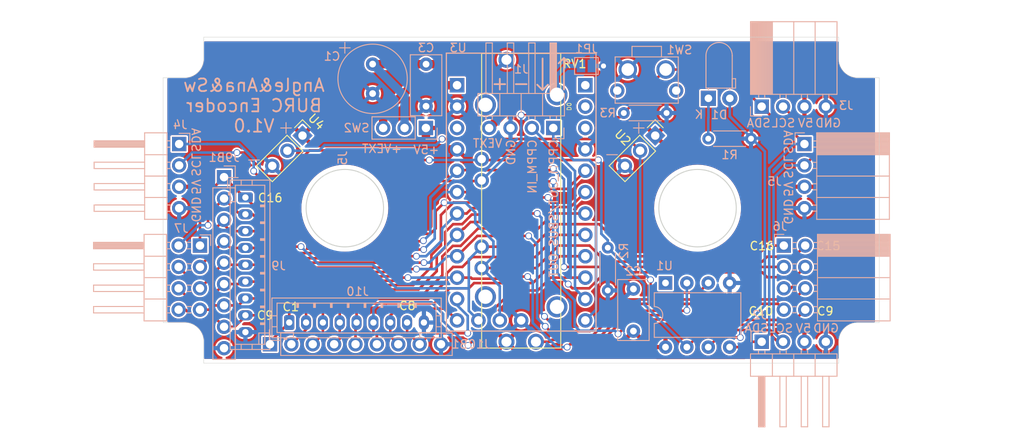
<source format=kicad_pcb>
(kicad_pcb (version 20221018) (generator pcbnew)
  (title_block (title "Angle&Ana&Sw") (date "2023-10-01") (rev "1.0"))
  (layers (0 "F.Cu" signal) (31 "B.Cu" signal) (34 "B.Paste" user) (35 "F.Paste" user) (36 "B.SilkS" user "B.Silkscreen") (37 "F.SilkS" user "F.Silkscreen") (38 "B.Mask" user) (39 "F.Mask" user) (44 "Edge.Cuts" user))
  (net 0 "")
  (net 1 "Net-(D1-K)")
  (net 2 "Net-(D1-A)")
  (net 4 "Net-(U1-XTAL1{slash}PB3)")
  (net 5 "GND")
  (net 6 "+5V")
  (net 7 "/SDA")
  (net 8 "/C1")
  (net 9 "/C2")
  (net 10 "/C3")
  (net 11 "/C4")
  (net 12 "/C5")
  (net 13 "/C6")
  (net 14 "/C7")
  (net 15 "/C8")
  (net 16 "/C9")
  (net 17 "/C10")
  (net 18 "/SCL")
  (net 19 "+VDC")
  (net 22 "/CPPM_OUT")
  (net 23 "/CPPM_IN")
  (net 26 "Net-(J1-Pin_4)")
  (net 27 "/C16")
  (net 28 "/C15")
  (net 29 "/C14")
  (net 30 "/C13")
  (net 31 "/C12")
  (net 32 "/C11")
  (net 33 "/OUT__SENSOR")
  (net 34 "Net-(JP1-A)")
  (footprint "Sensor_Empreintes:p3015_v1_cw360" (layer "F.Cu") (at 201.295 116.205 -45)
    (fp_text reference "U2")
    (fp_text value "p3015_v1_cw360")
    (fp_circle (center 0 0) (end 4.572 -0.508) (stroke (width 0.12)) (fill none) (layer "Edge.Cuts"))
  )
  (footprint "Sensor_Empreintes:p3015_v1_cw360" (layer "F.Cu") (at 159.3865 116.205 -45)
    (fp_text reference "U4")
    (fp_text value "p3015_v1_cw360")
    (fp_circle (center 0 0) (end 4.572 -0.508) (stroke (width 0.12)) (fill none) (layer "Edge.Cuts"))
  )
  (footprint "Sensor_Empreintes:PTA2043-2015CPB103" (layer "F.Cu") (at 180.34 115.33 90)
    (fp_text reference "RV1")
    (fp_text value "10K")
  )
  (footprint "Connector_PinHeader_2.54mm:PinHeader_2x04_P2.54mm_Horizontal" (layer "B.Cu") (at 142.175 120.65 180)
    (fp_text reference "J7")
    (fp_text value "Conn_FromButtonsLeft")
  )
  (footprint "Capacitor_THT:C_Rect_L7.0mm_W3.5mm_P5.00mm" (layer "B.Cu") (at 193.675 130.81 90)
    (fp_text reference "C2")
    (fp_text value "100nF")
  )
  (footprint "Capacitor_THT:C_Rect_L7.0mm_W3.5mm_P5.00mm" (layer "B.Cu") (at 169.037 99.1 -90)
    (fp_text reference "C3")
    (fp_text value "100nF")
  )
  (footprint "Package_DIP:DIP-8_W7.62mm" (layer "B.Cu") (at 197.485 125.095 -90)
    (fp_text reference "U1")
    (fp_text value "ATtiny85_16MHZ")
  )
  (footprint "Connector_JST:JST_PH_B9B-PH-K_1x09_P2.00mm_Vertical" (layer "B.Cu") (at 152.781 129.794)
    (fp_text reference "J10")
    (fp_text value "Conn_ButtonsRight")
  )
  (footprint "Connector_PinHeader_2.54mm:PinHeader_1x03_P2.54mm_Vertical" (layer "B.Cu") (at 169.022 106.68 90)
    (fp_text reference "SW2")
    (fp_text value "SW_POWER")
  )
  (footprint "Resistor_THT:R_Axial_DIN0204_L3.6mm_D1.6mm_P5.08mm_Horizontal" (layer "B.Cu") (at 192.532 104.902)
    (fp_text reference "R3")
    (fp_text value "10K")
  )
  (footprint "Connector_PinSocket_2.54mm:PinSocket_1x04_P2.54mm_Horizontal" (layer "B.Cu") (at 208.915 104.14 -90)
    (fp_text reference "J3")
    (fp_text value "I2C_INPUT")
  )
  (footprint "Connector_PinHeader_2.54mm:PinHeader_1x09_P2.54mm_Vertical" (layer "B.Cu") (at 150.495 132.3735 -90)
    (fp_text reference "J10B1")
    (fp_text value "Conn_ButtonsRight")
  )
  (footprint "Capacitor_THT:C_Radial_D8.0mm_H7.0mm_P3.50mm" (layer "B.Cu") (at 162.687 99.088 -90)
    (fp_text reference "C1")
    (fp_text value "10uF/16v")
  )
  (footprint "Jumper:SolderJumper-2_P1.3mm_Open_Pad1.0x1.5mm" (layer "B.Cu") (at 188.087 99.314)
    (fp_text reference "JP1")
    (fp_text value "Jumper_Shield")
  )
  (footprint "Connector_JST:JST_PH_B9B-PH-K_1x09_P2.00mm_Vertical" (layer "B.Cu") (at 147.574 114.935 -90)
    (fp_text reference "J9")
    (fp_text value "Conn_ButtonsLeft")
  )
  (footprint "Connector_PinSocket_2.54mm:PinSocket_2x04_P2.54mm_Horizontal" (layer "B.Cu") (at 211.545 120.65 180)
    (fp_text reference "J6")
    (fp_text value "Conn_ToButtonsLeft")
  )
  (footprint "LED_THT:LED_D3.0mm_Horizontal_O1.27mm_Z2.0mm" (layer "B.Cu") (at 202.585 103.155)
    (fp_text reference "D1")
    (fp_text value "RED")
  )
  (footprint "Sensor_Empreintes:SW_PUSH_ANGLED" (layer "B.Cu") (at 195.255 99.735 180)
    (fp_text reference "SW1")
    (fp_text value "SW_Push")
  )
  (footprint "Sensor_Empreintes:Arduino_Pro_Mini_Socket_NoSPH_BURC" (layer "B.Cu") (at 180.34 114.3 180)
    (fp_text reference "U3")
    (fp_text value "Arduino_Pro_Mini_Socket_NoSPH_BURC")
  )
  (footprint "Connector_PinHeader_2.54mm:PinHeader_1x04_P2.54mm_Horizontal" (layer "B.Cu") (at 184.15 106.68 90)
    (fp_text reference "J1")
    (fp_text value "Conn_01x04")
  )
  (footprint "Connector_PinSocket_2.54mm:PinSocket_1x04_P2.54mm_Horizontal" (layer "B.Cu") (at 213.995 108.585 180)
    (fp_text reference "J5")
    (fp_text value "I2C_INPUT")
  )
  (footprint "Resistor_THT:R_Axial_DIN0204_L3.6mm_D1.6mm_P5.08mm_Horizontal" (layer "B.Cu") (at 190.627 120.904 -90)
    (fp_text reference "R2")
    (fp_text value "10K")
  )
  (footprint "Connector_PinHeader_2.54mm:PinHeader_1x09_P2.54mm_Vertical" (layer "B.Cu") (at 145.034 112.522 180)
    (fp_text reference "J9B1")
    (fp_text value "Conn_ButtonsLeft")
  )
  (footprint "Resistor_THT:R_Axial_DIN0204_L3.6mm_D1.6mm_P5.08mm_Horizontal" (layer "B.Cu") (at 202.565 107.95)
    (fp_text reference "R1")
    (fp_text value "680")
  )
  (footprint "Connector_PinHeader_2.54mm:PinHeader_1x04_P2.54mm_Horizontal" (layer "B.Cu") (at 139.7 108.585 180)
    (fp_text reference "J4")
    (fp_text value "I2C_INPUT")
  )
  (footprint "Connector_PinHeader_2.54mm:PinHeader_1x04_P2.54mm_Horizontal" (layer "B.Cu") (at 208.915 132.08 -90)
    (fp_text reference "J2")
    (fp_text value "I2C_INPUT")
  )
  (gr_line (start 179.705 101.473) (end 180.975 101.473) (stroke (width 0.21)) (layer "B.SilkS"))
  (gr_line (start 147.955 110.49) (end 149.225 110.49) (stroke (width 0.12)) (layer "B.SilkS"))
  (gr_line (start 182.88 102.1715) (end 183.515 101.5365) (stroke (width 0.21)) (layer "B.SilkS"))
  (gr_line (start 185.42 98.425) (end 185.42 102.108) (stroke (width 0.21)) (layer "B.SilkS"))
  (gr_line (start 194.31 107.315) (end 194.31 106.045) (stroke (width 0.12)) (layer "B.SilkS"))
  (gr_line (start 159.385 96.52) (end 159.385 97.79) (stroke (width 0.12)) (layer "B.SilkS"))
  (gr_line (start 177.8 100.838) (end 177.8 102.108) (stroke (width 0.21)) (layer "B.SilkS"))
  (gr_line (start 182.88 98.425) (end 182.88 102.108) (stroke (width 0.21)) (layer "B.SilkS"))
  (gr_line (start 182.245 101.5365) (end 182.88 102.1715) (stroke (width 0.21)) (layer "B.SilkS"))
  (gr_line (start 177.165 101.473) (end 178.435 101.473) (stroke (width 0.21)) (layer "B.SilkS"))
  (gr_line (start 152.4 106.045) (end 152.4 107.315) (stroke (width 0.12)) (layer "B.SilkS"))
  (gr_line (start 185.42 98.3615) (end 184.785 98.9965) (stroke (width 0.21)) (layer "B.SilkS"))
  (gr_line (start 193.675 106.68) (end 194.945 106.68) (stroke (width 0.12)) (layer "B.SilkS"))
  (gr_line (start 151.765 106.68) (end 153.035 106.68) (stroke (width 0.12)) (layer "B.SilkS"))
  (gr_line (start 158.75 97.155) (end 160.02 97.155) (stroke (width 0.12)) (layer "B.SilkS"))
  (gr_line (start 185.42 98.3615) (end 186.055 98.9965) (stroke (width 0.21)) (layer "B.SilkS"))
  (gr_line (start 190.5 109.855) (end 191.77 109.855) (stroke (width 0.12)) (layer "B.SilkS"))
  (gr_arc (start 220.345 100.711) (mid 218.728554 100.041446) (end 218.059 98.425) (stroke (width 0.05)) (layer "Edge.Cuts"))
  (gr_line (start 218.059 132.08) (end 218.059 134.62) (stroke (width 0.05)) (layer "Edge.Cuts"))
  (gr_line (start 220.345 129.794) (end 222.885 129.794) (stroke (width 0.05)) (layer "Edge.Cuts"))
  (gr_line (start 218.059 134.62) (end 142.621 134.62) (stroke (width 0.05)) (layer "Edge.Cuts"))
  (gr_line (start 142.624525 132.08) (end 142.624525 134.62) (stroke (width 0.05)) (layer "Edge.Cuts"))
  (gr_line (start 140.335 129.790475) (end 137.795 129.790475) (stroke (width 0.05)) (layer "Edge.Cuts"))
  (gr_arc (start 218.059 132.08) (mid 218.728554 130.463554) (end 220.345 129.794) (stroke (width 0.05)) (layer "Edge.Cuts"))
  (gr_line (start 142.621 95.885) (end 218.059 95.885) (stroke (width 0.05)) (layer "Edge.Cuts"))
  (gr_line (start 222.885 100.711) (end 220.345 100.711) (stroke (width 0.05)) (layer "Edge.Cuts"))
  (gr_line (start 140.335 100.711) (end 137.795 100.711) (stroke (width 0.05)) (layer "Edge.Cuts"))
  (gr_line (start 142.621 98.425) (end 142.621 95.885) (stroke (width 0.05)) (layer "Edge.Cuts"))
  (gr_line (start 222.885 129.794) (end 222.885 100.711) (stroke (width 0.05)) (layer "Edge.Cuts"))
  (gr_arc (start 142.621 98.425) (mid 141.951446 100.041446) (end 140.335 100.711) (stroke (width 0.05)) (layer "Edge.Cuts"))
  (gr_arc (start 140.335 129.790475) (mid 141.953939 130.461061) (end 142.624525 132.08) (stroke (width 0.05)) (layer "Edge.Cuts"))
  (gr_line (start 137.795 129.794) (end 137.795 100.711) (stroke (width 0.05)) (layer "Edge.Cuts"))
  (gr_line (start 218.059 98.425) (end 218.059 95.885) (stroke (width 0.05)) (layer "Edge.Cuts"))
  (gr_text "+5V" (at 170.688 109.855) (layer "B.SilkS") (effects (font (size 1 1)) (justify left bottom mirror)))
  (gr_text "SCL" (at 212.725 131.064) (layer "B.SilkS") (effects (font (size 1 1)) (justify left bottom mirror)))
  (gr_text "5V" (at 215.138 106.68) (layer "B.SilkS") (effects (font (size 1 1)) (justify left bottom mirror)))
  (gr_text "5V" (at 214.884 131.064) (layer "B.SilkS") (effects (font (size 1 1)) (justify left bottom mirror)))
  (gr_text "SCL" (at 211.455 112.776 -90) (layer "B.SilkS") (effects (font (size 1 1)) (justify left bottom mirror)))
  (gr_text "5V" (at 211.455 114.935 -90) (layer "B.SilkS") (effects (font (size 1 1)) (justify left bottom mirror)))
  (gr_text "CPPM_OUT/SBUS_OUT" (at 184.785 107.95 90) (layer "B.SilkS") (effects (font (size 1 1)) (justify left bottom mirror)))
  (gr_text "K" (at 202.057 105.664) (layer "B.SilkS") (effects (font (size 1 1)) (justify left bottom mirror)))
  (gr_text "SCL" (at 212.979 106.68) (layer "B.SilkS") (effects (font (size 1 1)) (justify left bottom mirror)))
  (gr_text "GND" (at 211.455 118.237 -90) (layer "B.SilkS") (effects (font (size 1 1)) (justify left bottom mirror)))
  (gr_text "GND" (at 141.097 117.983 -90) (layer "B.SilkS") (effects (font (size 1 1)) (justify left bottom mirror)))
  (gr_text "CPPM_IN" (at 182.245 107.95 90) (layer "B.SilkS") (effects (font (size 1 1)) (justify left bottom mirror)))
  (gr_text "SDA" (at 210.058 106.68) (layer "B.SilkS") (effects (font (size 1 1)) (justify left bottom mirror)))
  (gr_text "GND" (at 179.705 107.95 90) (layer "B.SilkS") (effects (font (size 1 1)) (justify left bottom mirror)))
  (gr_text "+VEXT" (at 166.243 109.728) (layer "B.SilkS") (effects (font (size 1 1)) (justify left bottom mirror)))
  (gr_text "5V" (at 141.097 114.681 -90) (layer "B.SilkS") (effects (font (size 1 1)) (justify left bottom mirror)))
  (gr_text "SDA" (at 209.804 131.064) (layer "B.SilkS") (effects (font (size 1 1)) (justify left bottom mirror)))
  (gr_text "GND" (at 218.44 106.68) (layer "B.SilkS") (effects (font (size 1 1)) (justify left bottom mirror)))
  (gr_text "VEXT" (at 178.181 109.093) (layer "B.SilkS") (effects (font (size 1 1)) (justify left bottom mirror)))
  (gr_text "SDA" (at 211.455 109.855 -90) (layer "B.SilkS") (effects (font (size 1 1)) (justify left bottom mirror)))
  (gr_text "BURC Encoder\nV1.0" (at 148.59 107.315) (layer "B.SilkS") (effects (font (size 1.5 1.5) (thickness 0.21) bold) (justify bottom mirror)))
  (gr_text "SCL" (at 141.097 112.522 -90) (layer "B.SilkS") (effects (font (size 1 1)) (justify left bottom mirror)))
  (gr_text "SDA" (at 141.097 109.601 -90) (layer "B.SilkS") (effects (font (size 1 1)) (justify left bottom mirror)))
  (gr_text "GND" (at 218.186 131.064) (layer "B.SilkS") (effects (font (size 1 1)) (justify left bottom mirror)))
  (gr_text "Angle&Ana&Sw" (at 148.59 102.489) (layer "B.SilkS") (effects (font (size 1.5 1.5) (thickness 0.21)) (justify bottom mirror)))
  (gr_text "C9" (at 215.392 129.032) (layer "F.SilkS") (effects (font (size 1 1)) (justify left bottom)))
  (gr_text "C9" (at 148.844 129.54) (layer "F.SilkS") (effects (font (size 1 1)) (justify left bottom)))
  (gr_text "C15" (at 215.265 121.285) (layer "F.SilkS") (effects (font (size 1 1)) (justify left bottom)))
  (gr_text "C1" (at 151.892 128.524) (layer "F.SilkS") (effects (font (size 1 1)) (justify left bottom)))
  (gr_text "C10" (at 207.264 129.032) (layer "F.SilkS") (effects (font (size 1 1)) (justify left bottom)))
  (gr_text "C8" (at 165.735 128.397) (layer "F.SilkS") (effects (font (size 1 1)) (justify left bottom)))
  (gr_text "C16" (at 207.391 121.285) (layer "F.SilkS") (effects (font (size 1 1)) (justify left bottom)))
  (gr_text "C16" (at 148.971 115.57) (layer "F.SilkS") (effects (font (size 1 1)) (justify left bottom)))
  (segment (start 202.565 105.45) (end 202.565 107.95) (width 0.31) (layer "B.Cu") (net 1))
  (segment (start 202.585 105.43) (end 202.565 105.45) (width 0.31) (layer "B.Cu") (net 1))
  (segment (start 202.585 103.155) (end 202.585 105.43) (width 0.31) (layer "B.Cu") (net 1))
  (segment (start 203.73 131.55) (end 202.565 132.715) (width 0.31) (layer "F.Cu") (net 2))
  (segment (start 206.353 131.55) (end 203.73 131.55) (width 0.31) (layer "F.Cu") (net 2))
  (segment (start 206.375 131.572) (end 206.353 131.55) (width 0.31) (layer "F.Cu") (net 2))
  (via (at 206.375 131.572) (size 0.8) (drill 0.6) (layers "F.Cu" "B.Cu") (net 2))
  (segment (start 206.375 130.683) (end 209.29 127.768) (width 0.31) (layer "B.Cu") (net 2))
  (segment (start 205.105 105.283) (end 205.125 105.263) (width 0.31) (layer "B.Cu") (net 2))
  (segment (start 205.125 105.263) (end 205.125 103.155) (width 0.31) (layer "B.Cu") (net 2))
  (segment (start 209.29 109.468) (end 205.105 105.283) (width 0.31) (layer "B.Cu") (net 2))
  (segment (start 209.29 127.768) (end 209.29 109.468) (width 0.31) (layer "B.Cu") (net 2))
  (segment (start 206.375 131.572) (end 206.375 130.683) (width 0.31) (layer "B.Cu") (net 2))
  (segment (start 200.025 128.3395) (end 199.9675 128.397) (width 0.31) (layer "F.Cu") (net 4))
  (segment (start 183.769 132.08) (end 182.09 132.08) (width 0.31) (layer "F.Cu") (net 4))
  (segment (start 199.9675 128.397) (end 192.786 128.397) (width 0.31) (layer "F.Cu") (net 4))
  (segment (start 189.333 131.85) (end 183.999 131.85) (width 0.31) (layer "F.Cu") (net 4))
  (segment (start 192.786 128.397) (end 189.333 131.85) (width 0.31) (layer "F.Cu") (net 4))
  (segment (start 183.999 131.85) (end 183.769 132.08) (width 0.31) (layer "F.Cu") (net 4))
  (via (at 200.025 128.3395) (size 0.8) (drill 0.6) (layers "F.Cu" "B.Cu") (net 4))
  (segment (start 200.025 128.3395) (end 200.025 125.095) (width 0.31) (layer "B.Cu") (net 4))
  (via (at 190.119 99.314) (size 1) (drill 0.6) (layers "F.Cu" "B.Cu") (net 5))
  (segment (start 188.737 99.314) (end 190.119 99.314) (width 0.5) (layer "B.Cu") (net 5))
  (segment (start 196.469 133.985) (end 206.883 133.985) (width 0.31) (layer "F.Cu") (net 6))
  (segment (start 170.053 109.22) (end 172.72 109.22) (width 1) (layer "F.Cu") (net 6))
  (segment (start 169.022 106.68) (end 169.022 108.189) (width 1) (layer "F.Cu") (net 6))
  (segment (start 169.022 108.189) (end 170.053 109.22) (width 1) (layer "F.Cu") (net 6))
  (segment (start 194.31 102.93) (end 194.31 103.124) (width 0.31) (layer "F.Cu") (net 7))
  (segment (start 201.8265 100.9015) (end 205.6765 100.9015) (width 0.31) (layer "F.Cu") (net 7))
  (segment (start 152.515 112.915) (end 155.448 109.982) (width 0.31) (layer "F.Cu") (net 7))
  (segment (start 211.074 106.299) (end 211.709 106.299) (width 0.31) (layer "F.Cu") (net 7))
  (segment (start 170.0116 112.9886) (end 175.5679 112.9886) (width 0.31) (layer "F.Cu") (net 7))
  (segment (start 194.31 103.124) (end 192.532 104.902) (width 0.31) (layer "F.Cu") (net 7))
  (segment (start 211.709 106.299) (end 213.995 108.585) (width 0.31) (layer "F.Cu") (net 7))
  (segment (start 167.005 109.982) (end 170.0116 112.9886) (width 0.31) (layer "F.Cu") (net 7))
  (segment (start 186.436 105.41) (end 192.024 105.41) (width 0.31) (layer "F.Cu") (net 7))
  (segment (start 200.66 99.735) (end 201.8265 100.9015) (width 0.31) (layer "F.Cu") (net 7))
  (segment (start 155.448 109.982) (end 167.005 109.982) (width 0.31) (layer "F.Cu") (net 7))
  (segment (start 208.915 104.14) (end 211.074 106.299) (width 0.31) (layer "F.Cu") (net 7))
  (segment (start 175.5679 112.9886) (end 175.6459 112.9106) (width 0.31) (layer "F.Cu") (net 7))
  (segment (start 149.618 112.915) (end 152.515 112.915) (width 0.31) (layer "F.Cu") (net 7))
  (segment (start 206.375 132.715) (end 205.105 132.715) (width 0.31) (layer "F.Cu") (net 7))
  (segment (start 186.182 105.156) (end 186.436 105.41) (width 0.31) (layer "F.Cu") (net 7))
  (segment (start 148.557416 111.854416) (end 149.618 112.915) (width 0.31) (layer "F.Cu") (net 7))
  (segment (start 197.505 99.735) (end 194.31 102.93) (width 0.31) (layer "F.Cu") (net 7))
  (segment (start 192.024 105.41) (end 192.532 104.902) (width 0.31) (layer "F.Cu") (net 7))
  (segment (start 206.375 132.715) (end 207.01 132.08) (width 0.31) (layer "F.Cu") (net 7))
  (segment (start 207.01 132.08) (end 208.915 132.08) (width 0.31) (layer "F.Cu") (net 7))
  (segment (start 205.6765 100.9015) (end 208.915 104.14) (width 0.31) (layer "F.Cu") (net 7))
  (segment (start 148.557416 111.792584) (end 148.557416 111.854416) (width 0.31) (layer "F.Cu") (net 7))
  (segment (start 180.34 105.156) (end 186.182 105.156) (width 0.31) (layer "F.Cu") (net 7))
  (segment (start 197.505 99.735) (end 200.66 99.735) (width 0.31) (layer "F.Cu") (net 7))
  (via (at 148.557416 111.792584) (size 0.8) (drill 0.6) (layers "F.Cu" "B.Cu") (net 7))
  (via (at 180.34 105.156) (size 0.8) (drill 0.6) (layers "F.Cu" "B.Cu") (net 7))
  (segment (start 180.34 105.156) (end 180.34 108.2165) (width 0.31) (layer "B.Cu") (net 7))
  (segment (start 148.557416 110.330416) (end 146.812 108.585) (width 0.31) (layer "B.Cu") (net 7))
  (segment (start 146.812 108.585) (end 143.002 108.585) (width 0.31) (layer "B.Cu") (net 7))
  (segment (start 143.002 108.585) (end 143.067874 108.585) (width 0.31) (layer "B.Cu") (net 7))
  (segment (start 209.81 111.5) (end 209.81 131.185) (width 0.31) (layer "B.Cu") (net 7))
  (segment (start 180.34 108.2165) (end 175.6459 112.9106) (width 0.31) (layer "B.Cu") (net 7))
  (segment (start 212.725 108.585) (end 209.81 111.5) (width 0.31) (layer "B.Cu") (net 7))
  (segment (start 209.81 131.185) (end 208.915 132.08) (width 0.31) (layer "B.Cu") (net 7))
  (segment (start 143.002 108.585) (end 139.7 108.585) (width 0.31) (layer "B.Cu") (net 7))
  (segment (start 213.995 108.585) (end 212.725 108.585) (width 0.31) (layer "B.Cu") (net 7))
  (segment (start 148.557416 111.792584) (end 148.557416 110.330416) (width 0.31) (layer "B.Cu") (net 7))
  (segment (start 169.672 123.19) (end 167.513 125.349) (width 0.31) (layer "F.Cu") (net 8))
  (segment (start 185.801 113.919) (end 178.181 113.919) (width 0.31) (layer "F.Cu") (net 8))
  (segment (start 150.495 132.08) (end 150.495 132.3735) (width 0.31) (layer "F.Cu") (net 8))
  (segment (start 176.5714 115.5286) (end 172.293897 115.5286) (width 0.31) (layer "F.Cu") (net 8))
  (segment (start 178.181 113.919) (end 176.5714 115.5286) (width 0.31) (layer "F.Cu") (net 8))
  (segment (start 187.96 111.76) (end 185.801 113.919) (width 0.31) (layer "F.Cu") (net 8))
  (segment (start 152.781 129.794) (end 150.495 132.08) (width 0.31) (layer "F.Cu") (net 8))
  (segment (start 152.781 128.27) (end 152.781 129.794) (width 0.31) (layer "F.Cu") (net 8))
  (segment (start 170.800208 117.022289) (end 170.800208 120.631505) (width 0.31) (layer "F.Cu") (net 8))
  (segment (start 172.293897 115.5286) (end 170.800208 117.022289) (width 0.31) (layer "F.Cu") (net 8))
  (segment (start 167.513 125.349) (end 155.702 125.349) (width 0.31) (layer "F.Cu") (net 8))
  (segment (start 155.702 125.349) (end 152.781 128.27) (width 0.31) (layer "F.Cu") (net 8))
  (segment (start 170.800208 120.631505) (end 169.672 121.759713) (width 0.31) (layer "F.Cu") (net 8))
  (segment (start 169.672 121.759713) (end 169.672 123.19) (width 0.31) (layer "F.Cu") (net 8))
  (segment (start 177.927 116.967) (end 174.471392 116.967) (width 0.31) (layer "F.Cu") (net 9))
  (segment (start 186.185 116.075) (end 178.819 116.075) (width 0.31) (layer "F.Cu") (net 9))
  (segment (start 170.307 121.860105) (end 170.307 123.698) (width 0.31) (layer "F.Cu") (net 9))
  (segment (start 168.136 125.869) (end 157.214 125.869) (width 0.31) (layer "F.Cu") (net 9))
  (segment (start 171.320208 120.846897) (end 170.307 121.860105) (width 0.31) (layer "F.Cu") (net 9))
  (segment (start 174.471392 116.967) (end 173.328392 118.11) (width 0.31) (layer "F.Cu") (net 9))
  (segment (start 178.819 116.075) (end 177.927 116.967) (width 0.31) (layer "F.Cu") (net 9))
  (segment (start 154.781 129.794) (end 154.781 130.6275) (width 0.31) (layer "F.Cu") (net 9))
  (segment (start 172.252497 118.11) (end 171.320208 119.042289) (width 0.31) (layer "F.Cu") (net 9))
  (segment (start 187.96 114.3) (end 186.185 116.075) (width 0.31) (layer "F.Cu") (net 9))
  (segment (start 157.214 125.869) (end 154.781 128.302) (width 0.31) (layer "F.Cu") (net 9))
  (segment (start 154.781 130.6275) (end 153.035 132.3735) (width 0.31) (layer "F.Cu") (net 9))
  (segment (start 173.328392 118.11) (end 172.252497 118.11) (width 0.31) (layer "F.Cu") (net 9))
  (segment (start 171.320208 119.042289) (end 171.320208 120.846897) (width 0.31) (layer "F.Cu") (net 9))
  (segment (start 170.307 123.698) (end 168.136 125.869) (width 0.31) (layer "F.Cu") (net 9))
  (segment (start 154.781 128.302) (end 154.781 129.794) (width 0.31) (layer "F.Cu") (net 9))
  (segment (start 156.781 129.794) (end 156.781 131.1675) (width 0.31) (layer "F.Cu") (net 10))
  (segment (start 170.9714 121.931097) (end 170.9714 124.1766) (width 0.31) (layer "F.Cu") (net 10))
  (segment (start 175.219503 118.618) (end 173.146103 120.6914) (width 0.31) (layer "F.Cu") (net 10))
  (segment (start 172.211097 120.6914) (end 170.9714 121.931097) (width 0.31) (layer "F.Cu") (net 10))
  (segment (start 187.96 116.84) (end 184.15 116.84) (width 0.31) (layer "F.Cu") (net 10))
  (segment (start 156.781 128.588) (end 156.781 129.794) (width 0.31) (layer "F.Cu") (net 10))
  (segment (start 184.15 116.84) (end 182.372 118.618) (width 0.31) (layer "F.Cu") (net 10))
  (segment (start 158.98 126.389) (end 156.781 128.588) (width 0.31) (layer "F.Cu") (net 10))
  (segment (start 182.372 118.618) (end 175.219503 118.618) (width 0.31) (layer "F.Cu") (net 10))
  (segment (start 170.9714 124.1766) (end 168.759 126.389) (width 0.31) (layer "F.Cu") (net 10))
  (segment (start 173.146103 120.6914) (end 172.211097 120.6914) (width 0.31) (layer "F.Cu") (net 10))
  (segment (start 168.759 126.389) (end 158.98 126.389) (width 0.31) (layer "F.Cu") (net 10))
  (segment (start 156.781 131.1675) (end 155.575 132.3735) (width 0.31) (layer "F.Cu") (net 10))
  (segment (start 158.781 129.794) (end 158.781 131.7075) (width 0.31) (layer "F.Cu") (net 11))
  (segment (start 174.5324 122.0126) (end 173.355 123.19) (width 0.31) (layer "F.Cu") (net 11))
  (segment (start 182.0254 122.0126) (end 174.5324 122.0126) (width 0.31) (layer "F.Cu") (net 11))
  (segment (start 184.658 119.38) (end 182.0254 122.0126) (width 0.31) (layer "F.Cu") (net 11))
  (segment (start 158.781 131.7075) (end 158.115 132.3735) (width 0.31) (layer "F.Cu") (net 11))
  (segment (start 173.355 123.19) (end 172.252497 123.19) (width 0.31) (layer "F.Cu") (net 11))
  (segment (start 171.4914 124.7996) (end 169.297 126.994) (width 0.31) (layer "F.Cu") (net 11))
  (segment (start 169.297 126.994) (end 160.153 126.994) (width 0.31) (layer "F.Cu") (net 11))
  (segment (start 171.4914 123.951097) (end 171.4914 124.7996) (width 0.31) (layer "F.Cu") (net 11))
  (segment (start 160.153 126.994) (end 158.781 128.366) (width 0.31) (layer "F.Cu") (net 11))
  (segment (start 172.252497 123.19) (end 171.4914 123.951097) (width 0.31) (layer "F.Cu") (net 11))
  (segment (start 158.781 128.366) (end 158.781 129.794) (width 0.31) (layer "F.Cu") (net 11))
  (segment (start 187.96 119.38) (end 184.658 119.38) (width 0.31) (layer "F.Cu") (net 11))
  (segment (start 171.831 125.73) (end 170.047 127.514) (width 0.31) (layer "F.Cu") (net 12))
  (segment (start 164.325609 127.514) (end 164.319609 127.52) (width 0.31) (layer "F.Cu") (net 12))
  (segment (start 174.74 125.107) (end 174.117 125.73) (width 0.31) (layer "F.Cu") (net 12))
  (segment (start 161.659 127.52) (end 160.781 128.398) (width 0.31) (layer "F.Cu") (net 12))
  (segment (start 170.047 127.514) (end 164.325609 127.514) (width 0.31) (layer "F.Cu") (net 12))
  (segment (start 160.655 129.92) (end 160.655 132.3735) (width 0.31) (layer "F.Cu") (net 12))
  (segment (start 160.781 129.794) (end 160.655 129.92) (width 0.31) (layer "F.Cu") (net 12))
  (segment (start 187.96 121.92) (end 184.912 121.92) (width 0.31) (layer "F.Cu") (net 12))
  (segment (start 164.319609 127.52) (end 161.659 127.52) (width 0.31) (layer "F.Cu") (net 12))
  (segment (start 174.117 125.73) (end 171.831 125.73) (width 0.31) (layer "F.Cu") (net 12))
  (segment (start 160.781 128.398) (end 160.781 129.794) (width 0.31) (layer "F.Cu") (net 12))
  (segment (start 181.725 125.107) (end 174.74 125.107) (width 0.31) (layer "F.Cu") (net 12))
  (segment (start 184.912 121.92) (end 181.725 125.107) (width 0.31) (layer "F.Cu") (net 12))
  (segment (start 162.781 130.904) (end 162.781 129.794) (width 0.31) (layer "F.Cu") (net 13))
  (segment (start 187.96 124.46) (end 183.8325 124.46) (width 0.31) (layer "F.Cu") (net 13))
  (segment (start 163.195 132.3735) (end 163.195 131.318) (width 0.31) (layer "F.Cu") (net 13))
  (segment (start 176.4886 130.048903) (end 174.033252 132.504252) (width 0.31) (layer "F.Cu") (net 13))
  (segment (start 183.8325 124.46) (end 182.3085 125.984) (width 0.31) (layer "F.Cu") (net 13))
  (segment (start 179.324 125.984) (end 176.4886 128.8194) (width 0.31) (layer "F.Cu") (net 13))
  (segment (start 176.4886 128.8194) (end 176.4886 130.048903) (width 0.31) (layer "F.Cu") (net 13))
  (segment (start 182.3085 125.984) (end 179.324 125.984) (width 0.31) (layer "F.Cu") (net 13))
  (segment (start 163.195 131.318) (end 162.781 130.904) (width 0.31) (layer "F.Cu") (net 13))
  (via (at 174.033252 132.504252) (size 0.8) (drill 0.6) (layers "F.Cu" "B.Cu") (net 13))
  (segment (start 162.781 128.176) (end 162.781 129.794) (width 0.31) (layer "B.Cu") (net 13))
  (segment (start 169.672 127.381) (end 163.576 127.381) (width 0.31) (layer "B.Cu") (net 13))
  (segment (start 174.033252 132.504252) (end 173.946749 132.504252) (width 0.31) (layer "B.Cu") (net 13))
  (segment (start 163.576 127.381) (end 162.781 128.176) (width 0.31) (layer "B.Cu") (net 13))
  (segment (start 171.069 129.626503) (end 171.069 128.778) (width 0.31) (layer "B.Cu") (net 13))
  (segment (start 171.069 128.778) (end 169.672 127.381) (width 0.31) (layer "B.Cu") (net 13))
  (segment (start 173.946749 132.504252) (end 171.069 129.626503) (width 0.31) (layer "B.Cu") (net 13))
  (segment (start 164.781 128.97) (end 164.781 129.794) (width 0.31) (layer "F.Cu") (net 14))
  (segment (start 172.72 129.54) (end 171.323 128.143) (width 0.31) (layer "F.Cu") (net 14))
  (segment (start 164.781 129.794) (end 164.781 131.4195) (width 0.31) (layer "F.Cu") (net 14))
  (segment (start 171.323 128.143) (end 165.608 128.143) (width 0.31) (layer "F.Cu") (net 14))
  (segment (start 164.781 131.4195) (end 165.735 132.3735) (width 0.31) (layer "F.Cu") (net 14))
  (segment (start 165.608 128.143) (end 164.781 128.97) (width 0.31) (layer "F.Cu") (net 14))
  (segment (start 169.5845 131.064) (end 173.99 131.064) (width 0.31) (layer "F.Cu") (net 15))
  (segment (start 166.781 129.794) (end 166.781 130.8795) (width 0.31) (layer "F.Cu") (net 15))
  (segment (start 168.275 132.3735) (end 169.5845 131.064) (width 0.31) (layer "F.Cu") (net 15))
  (segment (start 166.781 130.8795) (end 168.275 132.3735) (width 0.31) (layer "F.Cu") (net 15))
  (via (at 173.99 131.064) (size 0.8) (drill 0.6) (layers "F.Cu" "B.Cu") (net 15))
  (segment (start 173.99 131.064) (end 173.99 129.005392) (width 0.31) (layer "B.Cu") (net 15))
  (segment (start 172.72 127.735392) (end 172.72 127) (width 0.31) (layer "B.Cu") (net 15))
  (segment (start 173.99 129.005392) (end 172.72 127.735392) (width 0.31) (layer "B.Cu") (net 15))
  (segment (start 140.462 128.27) (end 140.96 128.768) (width 0.31) (layer "F.Cu") (net 16))
  (segment (start 145.034 130.302) (end 145.034 129.606284) (width 0.31) (layer "F.Cu") (net 16))
  (segment (start 153.047 124.829) (end 148.941 128.935) (width 0.31) (layer "F.Cu") (net 16))
  (segment (start 146.304 130.302) (end 145.034 130.302) (width 0.31) (layer "F.Cu") (net 16))
  (segment (start 148.941 128.935) (end 147.574 128.935) (width 0.31) (layer "F.Cu") (net 16))
  (segment (start 179.197 124.333) (end 178.943 124.587) (width 0.31) (layer "F.Cu") (net 16))
  (segment (start 166.243 124.46) (end 165.874 124.829) (width 0.31) (layer "F.Cu") (net 16))
  (segment (start 212.87 129.485) (end 214.085 128.27) (width 0.31) (layer "F.Cu") (net 16))
  (segment (start 199.810063 129.485) (end 212.87 129.485) (width 0.31) (layer "F.Cu") (net 16))
  (segment (start 140.96 128.77327) (end 141.67173 129.485) (width 0.31) (layer "F.Cu") (net 16))
  (segment (start 189.548391 132.37) (end 193.001391 128.917) (width 0.31) (layer "F.Cu") (net 16))
  (segment (start 185.801 132.715) (end 186.146 132.37) (width 0.31) (layer "F.Cu") (net 16))
  (segment (start 181.102 124.333) (end 179.197 124.333) (width 0.31) (layer "F.Cu") (net 16))
  (segment (start 165.874 124.829) (end 153.047 124.829) (width 0.31) (layer "F.Cu") (net 16))
  (segment (start 140.96 128.768) (end 140.96 128.77327) (width 0.31) (layer "F.Cu") (net 16))
  (segment (start 139.635 128.27) (end 140.462 128.27) (width 0.31) (layer "F.Cu") (net 16))
  (segment (start 141.67173 129.485) (end 144.217 129.485) (width 0.31) (layer "F.Cu") (net 16))
  (segment (start 144.217 129.485) (end 145.034 130.302) (width 0.31) (layer "F.Cu") (net 16))
  (segment (start 178.943 124.587) (end 174.498 124.587) (width 0.31) (layer "F.Cu") (net 16))
  (segment (start 193.001391 128.917) (end 199.242063 128.917) (width 0.31) (layer "F.Cu") (net 16))
  (segment (start 147.574 129.032) (end 146.304 130.302) (width 0.31) (layer "F.Cu") (net 16))
  (segment (start 199.242063 128.917) (end 199.810063 129.485) (width 0.31) (layer "F.Cu") (net 16))
  (segment (start 174.371 124.46) (end 172.72 124.46) (width 0.31) (layer "F.Cu") (net 16))
  (segment (start 174.498 124.587) (end 174.371 124.46) (width 0.31) (layer "F.Cu") (net 16))
  (segment (start 166.878 124.46) (end 166.243 124.46) (width 0.31) (layer "F.Cu") (net 16))
  (segment (start 147.574 128.935) (end 147.574 129.032) (width 0.31) (layer "F.Cu") (net 16))
  (segment (start 186.146 132.37) (end 189.548391 132.37) (width 0.31) (layer "F.Cu") (net 16))
  (via (at 166.878 124.46) (size 0.8) (drill 0.6) (layers "F.Cu" "B.Cu") (net 16))
  (via (at 185.801 132.715) (size 0.8) (drill 0.6) (layers "F.Cu" "B.Cu") (net 16))
  (via (at 181.102 124.333) (size 0.8) (drill 0.6) (layers "F.Cu" "B.Cu") (net 16))
  (segment (start 184.584691 132.715) (end 185.801 132.715) (width 0.31) (layer "B.Cu") (net 16))
  (segment (start 181.102 124.333) (end 181.713 124.944) (width 0.31) (layer "B.Cu") (net 16))
  (segment (start 172.72 124.46) (end 166.878 124.46) (width 0.31) (layer "B.Cu") (net 16))
  (segment (start 181.713 124.944) (end 181.713 129.843309) (width 0.31) (layer "B.Cu") (net 16))
  (segment (start 181.713 129.843309) (end 184.584691 132.715) (width 0.31) (layer "B.Cu") (net 16))
  (segment (start 143.256 128.27) (end 143.764 127.762) (width 0.31) (layer "F.Cu") (net 17))
  (segment (start 166.3675 123.4465) (end 165.505 124.309) (width 0.31) (layer "F.Cu") (net 17))
  (segment (start 184.280858 131.33) (end 188.837 131.33) (width 0.31) (layer "F.Cu") (net 17))
  (segment (start 165.505 124.309) (end 151.535 124.309) (width 0.31) (layer "F.Cu") (net 17))
  (segment (start 148.909 126.935) (end 147.574 126.935) (width 0.31) (layer "F.Cu") (net 17))
  (segment (start 175.133 119.507) (end 172.72 121.92) (width 0.31) (layer "F.Cu") (net 17))
  (segment (start 167.894 123.4465) (end 166.3675 123.4465) (width 0.31) (layer "F.Cu") (net 17))
  (segment (start 183.193429 130.242571) (end 184.280858 131.33) (width 0.31) (layer "F.Cu") (net 17))
  (segment (start 192.592 127.575) (end 210.85 127.575) (width 0.31) (layer "F.Cu") (net 17))
  (segment (start 142.175 128.27) (end 143.256 128.27) (width 0.31) (layer "F.Cu") (net 17))
  (segment (start 145.034 127.762) (end 146.747 127.762) (width 0.31) (layer "F.Cu") (net 17))
  (segment (start 146.747 127.762) (end 147.574 126.935) (width 0.31) (layer "F.Cu") (net 17))
  (segment (start 210.85 127.575) (end 211.545 128.27) (width 0.31) (layer "F.Cu") (net 17))
  (segment (start 143.764 127.762) (end 145.034 127.762) (width 0.31) (layer "F.Cu") (net 17))
  (segment (start 181.229 119.507) (end 175.133 119.507) (width 0.31) (layer "F.Cu") (net 17))
  (segment (start 188.837 131.33) (end 192.592 127.575) (width 0.31) (layer "F.Cu") (net 17))
  (segment (start 151.535 124.309) (end 148.909 126.935) (width 0.31) (layer "F.Cu") (net 17))
  (via (at 181.229 119.507) (size 0.8) (drill 0.6) (layers "F.Cu" "B.Cu") (net 17))
  (via (at 167.894 123.4465) (size 0.8) (drill 0.6) (layers "F.Cu" "B.Cu") (net 17))
  (via (at 183.193429 130.242571) (size 0.8) (drill 0.6) (layers "F.Cu" "B.Cu") (net 17))
  (segment (start 182.233 120.511) (end 181.229 119.507) (width 0.31) (layer "B.Cu") (net 17))
  (segment (start 167.8965 123.444) (end 170.053 123.444) (width 0.31) (layer "B.Cu") (net 17))
  (segment (start 170.053 123.444) (end 171.577 121.92) (width 0.31) (layer "B.Cu") (net 17))
  (segment (start 183.193429 130.234429) (end 182.233 129.274) (width 0.31) (layer "B.Cu") (net 17))
  (segment (start 171.577 121.92) (end 172.72 121.92) (width 0.31) (layer "B.Cu") (net 17))
  (segment (start 167.894 123.4465) (end 167.8965 123.444) (width 0.31) (layer "B.Cu") (net 17))
  (segment (start 183.193429 130.242571) (end 183.193429 130.234429) (width 0.31) (layer "B.Cu") (net 17))
  (segment (start 182.233 129.274) (end 182.233 120.511) (width 0.31) (layer "B.Cu") (net 17))
  (segment (start 152.146 112.395) (end 150.241 112.395) (width 0.31) (layer "F.Cu") (net 18))
  (segment (start 215.265 107.425) (end 215.265 109.855) (width 0.31) (layer "F.Cu") (net 18))
  (segment (start 175.7653 110.49) (end 175.6459 110.3706) (width 0.31) (layer "F.Cu") (net 18))
  (segment (start 214.321 106.481) (end 215.265 107.425) (width 0.31) (layer "F.Cu") (net 18))
  (segment (start 188.427503 110.49) (end 175.7653 110.49) (width 0.31) (layer "F.Cu") (net 18))
  (segment (start 175.6459 110.3706) (end 175.5679 110.4486) (width 0.31) (layer "F.Cu") (net 18))
  (segment (start 155.194 109.347) (end 152.146 112.395) (width 0.31) (layer "F.Cu") (net 18))
  (segment (start 167.513 109.347) (end 155.194 109.347) (width 0.31) (layer "F.Cu") (net 18))
  (segment (start 209.931 130.683) (end 210.13 130.882) (width 0.31) (layer "F.Cu") (net 18))
  (segment (start 215.265 109.855) (end 213.995 111.125) (width 0.31) (layer "F.Cu") (net 18))
  (segment (start 209.931 130.683) (end 202.057 130.683) (width 0.31) (layer "F.Cu") (net 18))
  (segment (start 189.496335 110.477665) (end 188.439838 110.477665) (width 0.31) (layer "F.Cu") (net 18))
  (segment (start 213.796 106.481) (end 214.321 106.481) (width 0.31) (layer "F.Cu") (net 18))
  (segment (start 210.13 130.882) (end 210.13 131.39) (width 0.31) (layer "F.Cu") (net 18))
  (segment (start 169.418 110.49) (end 168.656 110.49) (width 0.31) (layer "F.Cu") (net 18))
  (segment (start 210.82 132.08) (end 211.455 132.08) (width 0.31) (layer "F.Cu") (net 18))
  (segment (start 211.455 104.14) (end 213.796 106.481) (width 0.31) (layer "F.Cu") (net 18))
  (segment (start 202.057 130.683) (end 200.025 132.715) (width 0.31) (layer "F.Cu") (net 18))
  (segment (start 150.241 112.395) (end 147.447 109.601) (width 0.31) (layer "F.Cu") (net 18))
  (segment (start 168.656 110.49) (end 167.513 109.347) (width 0.31) (layer "F.Cu") (net 18))
  (segment (start 147.447 109.601) (end 146.558 109.601) (width 0.31) (layer "F.Cu") (net 18))
  (segment (start 210.13 131.39) (end 210.82 132.08) (width 0.31) (layer "F.Cu") (net 18))
  (segment (start 175.6459 110.3706) (end 175.5265 110.49) (width 0.31) (layer "F.Cu") (net 18))
  (segment (start 188.439838 110.477665) (end 188.427503 110.49) (width 0.31) (layer "F.Cu") (net 18))
  (via (at 169.418 110.49) (size 0.8) (drill 0.6) (layers "F.Cu" "B.Cu") (net 18))
  (via (at 189.496335 110.477665) (size 0.8) (drill 0.6) (layers "F.Cu" "B.Cu") (net 18))
  (via (at 146.558 109.601) (size 0.8) (drill 0.6) (layers "F.Cu" "B.Cu") (net 18))
  (segment (start 189.865 119.253) (end 190.627 120.015) (width 0.31) (layer "B.Cu") (net 18))
  (segment (start 211.836 111.125) (end 210.33 112.631) (width 0.31) (layer "B.Cu") (net 18))
  (segment (start 213.995 111.125) (end 211.836 111.125) (width 0.31) (layer "B.Cu") (net 18))
  (segment (start 189.496335 110.477665) (end 189.865 110.84633) (width 0.31) (layer "B.Cu") (net 18))
  (segment (start 146.558 109.601) (end 141.224 109.601) (width 0.31) (layer "B.Cu") (net 18))
  (segment (start 194.945 125.222) (end 190.627 120.904) (width 0.31) (layer "B.Cu") (net 18))
  (segment (start 210.33 112.631) (end 210.33 130.955) (width 0.31) (layer "B.Cu") (net 18))
  (segment (start 169.418 110.49) (end 175.5265 110.49) (width 0.31) (layer "B.Cu") (net 18))
  (segment (start 190.627 120.015) (end 190.627 120.904) (width 0.31) (layer "B.Cu") (net 18))
  (segment (start 141.224 109.601) (end 139.7 111.125) (width 0.31) (layer "B.Cu") (net 18))
  (segment (start 175.5265 110.49) (end 175.6459 110.3706) (width 0.31) (layer "B.Cu") (net 18))
  (segment (start 189.865 110.84633) (end 189.865 119.253) (width 0.31) (layer "B.Cu") (net 18))
  (segment (start 210.33 130.955) (end 211.455 132.08) (width 0.31) (layer "B.Cu") (net 18))
  (segment (start 194.945 127.635) (end 194.945 125.222) (width 0.31) (layer "B.Cu") (net 18))
  (segment (start 200.025 132.715) (end 194.945 127.635) (width 0.31) (layer "B.Cu") (net 18))
  (segment (start 167.386 101.6) (end 163.942 105.044) (width 1) (layer "F.Cu") (net 19))
  (segment (start 172.72 101.6) (end 167.386 101.6) (width 1) (layer "F.Cu") (net 19))
  (segment (start 163.942 105.044) (end 163.942 106.68) (width 1) (layer "F.Cu") (net 19))
  (segment (start 188.427503 110.49) (end 189.23 111.292497) (width 0.31) (layer "B.Cu") (net 22))
  (segment (start 189.23 128.27) (end 187.96 129.54) (width 0.31) (layer "B.Cu") (net 22))
  (segment (start 184.15 106.68) (end 184.15 108.077) (width 0.31) (layer "B.Cu") (net 22))
  (segment (start 186.563 110.49) (end 188.427503 110.49) (width 0.31) (layer "B.Cu") (net 22))
  (segment (start 189.23 111.292497) (end 189.23 128.27) (width 0.31) (layer "B.Cu") (net 22))
  (segment (start 184.15 108.077) (end 186.563 110.49) (width 0.31) (layer "B.Cu") (net 22))
  (segment (start 187.96 127) (end 186.7314 125.7714) (width 0.31) (layer "B.Cu") (net 23))
  (segment (start 186.7314 111.8014) (end 181.61 106.68) (width 0.31) (layer "B.Cu") (net 23))
  (segment (start 186.7314 125.7714) (end 186.7314 111.8014) (width 0.31) (layer "B.Cu") (net 23))
  (segment (start 162.699 99.1) (end 162.687 99.088) (width 1) (layer "F.Cu") (net 26))
  (segment (start 178.05 103.118141) (end 178.05 105.16) (width 1) (layer "F.Cu") (net 26))
  (segment (start 178.05 105.16) (end 176.53 106.68) (width 1) (layer "F.Cu") (net 26))
  (segment (start 174.031859 99.1) (end 178.05 103.118141) (width 1) (layer "F.Cu") (net 26))
  (segment (start 169.037 99.1) (end 162.699 99.1) (width 1) (layer "F.Cu") (net 26))
  (segment (start 169.037 99.1) (end 174.031859 99.1) (width 1) (layer "F.Cu") (net 26))
  (segment (start 166.482 102.883) (end 166.482 106.68) (width 1) (layer "B.Cu") (net 26))
  (segment (start 162.687 99.088) (end 166.482 102.883) (width 1) (layer "B.Cu") (net 26))
  (segment (start 142.175 120.65) (end 142.175 115.381) (width 0.31) (layer "F.Cu") (net 27))
  (segment (start 193.421 121.92) (end 208.28 121.92) (width 0.31) (layer "F.Cu") (net 27))
  (segment (start 209.55 120.65) (end 211.545 120.65) (width 0.31) (layer "F.Cu") (net 27))
  (segment (start 184.404 118.11) (end 189.611 118.11) (width 0.31) (layer "F.Cu") (net 27))
  (segment (start 145.034 112.522) (end 147.447 114.935) (width 0.31) (layer "F.Cu") (net 27))
  (segment (start 175.6459 120.784) (end 181.73 120.784) (width 0.31) (layer "F.Cu") (net 27))
  (segment (start 142.175 115.381) (end 145.034 112.522) (width 0.31) (layer "F.Cu") (net 27))
  (segment (start 181.73 120.784) (end 184.404 118.11) (width 0.31) (layer "F.Cu") (net 27))
  (segment (start 189.611 118.11) (end 193.421 121.92) (width 0.31) (layer "F.Cu") (net 27))
  (segment (start 208.28 121.92) (end 209.55 120.65) (width 0.31) (layer "F.Cu") (net 27))
  (segment (start 147.447 114.935) (end 147.574 114.935) (width 0.31) (layer "F.Cu") (net 27))
  (segment (start 153.416 120.777) (end 147.574 114.935) (width 0.31) (layer "F.Cu") (net 27))
  (segment (start 154.178 120.777) (end 153.416 120.777) (width 0.31) (layer "F.Cu") (net 27))
  (via (at 154.178 120.777) (size 0.8) (drill 0.6) (layers "F.Cu" "B.Cu") (net 27))
  (segment (start 174.117 128.397) (end 174.117 125.73) (width 0.31) (layer "B.Cu") (net 27))
  (segment (start 162.687 122.874874) (end 165.542126 125.73) (width 0.31) (layer "B.Cu") (net 27))
  (segment (start 165.542126 125.73) (end 174.117 125.73) (width 0.31) (layer "B.Cu") (net 27))
  (segment (start 175.26 129.54) (end 174.117 128.397) (width 0.31) (layer "B.Cu") (net 27))
  (segment (start 174.117 122.3129) (end 175.6459 120.784) (width 0.31) (layer "B.Cu") (net 27))
  (segment (start 156.275874 122.874874) (end 162.687 122.874874) (width 0.31) (layer "B.Cu") (net 27))
  (segment (start 174.117 125.73) (end 174.117 122.3129) (width 0.31) (layer "B.Cu") (net 27))
  (segment (start 154.178 120.777) (end 156.275874 122.874874) (width 0.31) (layer "B.Cu") (net 27))
  (segment (start 184.785 120.65) (end 188.468 120.65) (width 0.31) (layer "F.Cu") (net 28))
  (segment (start 153.038 121.542) (end 163.827 121.542) (width 0.31) (layer "F.Cu") (net 28))
  (segment (start 145.034 115.062) (end 146.907 116.935) (width 0.31) (layer "F.Cu") (net 28))
  (segment (start 148.431 116.935) (end 153.038 121.542) (width 0.31) (layer "F.Cu") (net 28))
  (segment (start 212.76 121.975) (end 214.085 120.65) (width 0.31) (layer "F.Cu") (net 28))
  (segment (start 209.55 121.975) (end 212.76 121.975) (width 0.31) (layer "F.Cu") (net 28))
  (segment (start 146.907 116.935) (end 147.574 116.935) (width 0.31) (layer "F.Cu") (net 28))
  (segment (start 143.129 118.237) (end 143.129 116.967) (width 0.31) (layer "F.Cu") (net 28))
  (segment (start 175.6459 123.3246) (end 182.1104 123.3246) (width 0.31) (layer "F.Cu") (net 28))
  (segment (start 188.468 120.65) (end 190.373 122.555) (width 0.31) (layer "F.Cu") (net 28))
  (segment (start 163.827 121.542) (end 166.116 119.253) (width 0.31) (layer "F.Cu") (net 28))
  (segment (start 170.18 118.618) (end 170.18 116.56133) (width 0.31) (layer "F.Cu") (net 28))
  (segment (start 166.116 119.253) (end 169.545 119.253) (width 0.31) (layer "F.Cu") (net 28))
  (segment (start 147.574 116.935) (end 148.431 116.935) (width 0.31) (layer "F.Cu") (net 28))
  (segment (start 143.129 116.967) (end 145.034 115.062) (width 0.31) (layer "F.Cu") (net 28))
  (segment (start 170.18 116.56133) (end 171.183665 115.557665) (width 0.31) (layer "F.Cu") (net 28))
  (segment (start 169.545 119.253) (end 170.18 118.618) (width 0.31) (layer "F.Cu") (net 28))
  (segment (start 190.373 122.555) (end 208.97 122.555) (width 0.31) (layer "F.Cu") (net 28))
  (segment (start 182.1104 123.3246) (end 184.785 120.65) (width 0.31) (layer "F.Cu") (net 28))
  (segment (start 208.97 122.555) (end 209.55 121.975) (width 0.31) (layer "F.Cu") (net 28))
  (via (at 143.129 118.237) (size 0.8) (drill 0.6) (layers "F.Cu" "B.Cu") (net 28))
  (via (at 171.183665 115.557665) (size 0.8) (drill 0.6) (layers "F.Cu" "B.Cu") (net 28))
  (segment (start 177.8 125.4787) (end 175.6459 123.3246) (width 0.31) (layer "B.Cu") (net 28))
  (segment (start 177.8 129.54) (end 177.8 125.4787) (width 0.31) (layer "B.Cu") (net 28))
  (segment (start 173.736 115.57) (end 171.196 115.57) (width 0.31) (layer "B.Cu") (net 28))
  (segment (start 174.879 117.983) (end 174.879 116.713) (width 0.31) (layer "B.Cu") (net 28))
  (segment (start 177.038 120.142) (end 174.879 117.983) (width 0.31) (layer "B.Cu") (net 28))
  (segment (start 139.635 120.65) (end 142.048 118.237) (width 0.31) (layer "B.Cu") (net 28))
  (segment (start 171.196 115.57) (end 171.183665 115.557665) (width 0.31) (layer "B.Cu") (net 28))
  (segment (start 142.048 118.237) (end 143.129 118.237) (width 0.31) (layer "B.Cu") (net 28))
  (segment (start 175.6459 123.3246) (end 177.038 121.9325) (width 0.31) (layer "B.Cu") (net 28))
  (segment (start 177.038 121.9325) (end 177.038 120.142) (width 0.31) (layer "B.Cu") (net 28))
  (segment (start 174.879 116.713) (end 173.736 115.57) (width 0.31) (layer "B.Cu") (net 28))
  (segment (start 166.116 120.142) (end 168.783 120.142) (width 0.31) (layer "F.Cu") (net 29))
  (segment (start 164.096 122.162) (end 166.116 120.142) (width 0.31) (layer "F.Cu") (net 29))
  (segment (start 183.974 111.682) (end 172.798 111.682) (width 0.31) (layer "F.Cu") (net 29))
  (segment (start 145.034 118.166) (end 145.803 118.935) (width 0.31) (layer "F.Cu") (net 29))
  (segment (start 145.034 117.602) (end 145.034 118.166) (width 0.31) (layer "F.Cu") (net 29))
  (segment (start 142.175 123.19) (end 142.175 123.08) (width 0.31) (layer "F.Cu") (net 29))
  (segment (start 172.798 111.682) (end 172.72 111.76) (width 0.31) (layer "F.Cu") (net 29))
  (segment (start 142.175 123.19) (end 142.721392 123.19) (width 0.31) (layer "F.Cu") (net 29))
  (segment (start 142.175 123.08) (end 143.39 121.865) (width 0.31) (layer "F.Cu") (net 29))
  (segment (start 145.803 118.935) (end 147.574 118.935) (width 0.31) (layer "F.Cu") (net 29))
  (segment (start 143.39 119.246) (end 145.034 117.602) (width 0.31) (layer "F.Cu") (net 29))
  (segment (start 143.39 121.865) (end 143.39 119.246) (width 0.31) (layer "F.Cu") (net 29))
  (segment (start 147.574 118.935) (end 148.665 118.935) (width 0.31) (layer "F.Cu") (net 29))
  (segment (start 168.783 120.142) (end 168.717832 120.076832) (width 0.31) (layer "F.Cu") (net 29))
  (segment (start 211.545 123.19) (end 185.42 123.19) (width 0.31) (layer "F.Cu") (net 29))
  (segment (start 148.665 118.935) (end 151.892 122.162) (width 0.31) (layer "F.Cu") (net 29))
  (segment (start 151.892 122.162) (end 164.096 122.162) (width 0.31) (layer "F.Cu") (net 29))
  (segment (start 184.15 111.506) (end 183.974 111.682) (width 0.31) (layer "F.Cu") (net 29))
  (via (at 184.15 111.506) (size 0.8) (drill 0.6) (layers "F.Cu" "B.Cu") (net 29))
  (via (at 168.717832 120.076832) (size 0.8) (drill 0.6) (layers "F.Cu" "B.Cu") (net 29))
  (via (at 185.42 123.19) (size 0.8) (drill 0.6) (layers "F.Cu" "B.Cu") (net 29))
  (segment (start 169.545 119.253) (end 169.545 114.935) (width 0.31) (layer "B.Cu") (net 29))
  (segment (start 185.42 123.19) (end 185.42 112.776) (width 0.31) (layer "B.Cu") (net 29))
  (segment (start 169.545 114.935) (end 172.72 111.76) (width 0.31) (layer "B.Cu") (net 29))
  (segment (start 168.717832 120.076832) (end 168.721168 120.076832) (width 0.31) (layer "B.Cu") (net 29))
  (segment (start 168.721168 120.076832) (end 169.545 119.253) (width 0.31) (layer "B.Cu") (net 29))
  (segment (start 185.42 112.776) (end 184.15 111.506) (width 0.31) (layer "B.Cu") (net 29))
  (segment (start 143.764 123.31927) (end 143.764 122.226392) (width 0.31) (layer "F.Cu") (net 30))
  (segment (start 144.272 121.718392) (end 144.272 120.904) (width 0.31) (layer "F.Cu") (net 30))
  (segment (start 144.272 120.904) (end 145.034 120.142) (width 0.31) (layer "F.Cu") (net 30))
  (segment (start 176.53 114.3) (end 177.8 113.03) (width 0.31) (layer "F.Cu") (net 30))
  (segment (start 139.635 123.19) (end 140.85 124.405) (width 0.31) (layer "F.Cu") (net 30))
  (segment (start 172.72 114.3) (end 176.53 114.3) (width 0.31) (layer "F.Cu") (net 30))
  (segment (start 145.034 120.142) (end 145.827 120.935) (width 0.31) (layer "F.Cu") (net 30))
  (segment (start 140.85 124.405) (end 142.67827 124.405) (width 0.31) (layer "F.Cu") (net 30))
  (segment (start 150.368 122.682) (end 164.465 122.682) (width 0.31) (layer "F.Cu") (net 30))
  (segment (start 166.021584 121.125416) (end 168.750416 121.125416) (width 0.31) (layer "F.Cu") (net 30))
  (segment (start 177.8 113.03) (end 184.15 113.03) (width 0.31) (layer "F.Cu") (net 30))
  (segment (start 147.574 120.935) (end 148.621 120.935) (width 0.31) (layer "F.Cu") (net 30))
  (segment (start 186.431 125.73) (end 188.427503 125.73) (width 0.31) (layer "F.Cu") (net 30))
  (segment (start 147.55 121.158) (end 147.574 121.134) (width 0.31) (layer "F.Cu") (net 30))
  (segment (start 143.764 122.226392) (end 144.272 121.718392) (width 0.31) (layer "F.Cu") (net 30))
  (segment (start 147.574 121.134) (end 147.574 120.935) (width 0.31) (layer "F.Cu") (net 30))
  (segment (start 188.427503 125.73) (end 190.332503 123.825) (width 0.31) (layer "F.Cu") (net 30))
  (segment (start 212.87 124.405) (end 214.085 123.19) (width 0.31) (layer "F.Cu") (net 30))
  (segment (start 209.55 124.405) (end 212.87 124.405) (width 0.31) (layer "F.Cu") (net 30))
  (segment (start 208.97 123.825) (end 209.55 124.405) (width 0.31) (layer "F.Cu") (net 30))
  (segment (start 164.465 122.682) (end 166.021584 121.125416) (width 0.31) (layer "F.Cu") (net 30))
  (segment (start 148.621 120.935) (end 150.368 122.682) (width 0.31) (layer "F.Cu") (net 30))
  (segment (start 185.9255 125.2245) (end 186.431 125.73) (width 0.31) (layer "F.Cu") (net 30))
  (segment (start 145.827 120.935) (end 147.574 120.935) (width 0.31) (layer "F.Cu") (net 30))
  (segment (start 190.332503 123.825) (end 208.97 123.825) (width 0.31) (layer "F.Cu") (net 30))
  (segment (start 142.67827 124.405) (end 143.764 123.31927) (width 0.31) (layer "F.Cu") (net 30))
  (segment (start 147.574 121.388) (end 147.574 120.935) (width 0.31) (layer "F.Cu") (net 30))
  (via (at 184.15 113.03) (size 0.8) (drill 0.6) (layers "F.Cu" "B.Cu") (net 30))
  (via (at 185.9255 125.2245) (size 0.8) (drill 0.6) (layers "F.Cu" "B.Cu") (net 30))
  (via (at 168.750416 121.125416) (size 0.8) (drill 0.6) (layers "F.Cu" "B.Cu") (net 30))
  (segment (start 184.655 123.954) (end 184.655 114.424) (width 0.31) (layer "B.Cu") (net 30))
  (segment (start 184.15 113.919) (end 184.15 113.03) (width 0.31) (layer "B.Cu") (net 30))
  (segment (start 171.196 114.3) (end 172.72 114.3) (width 0.31) (layer "B.Cu") (net 30))
  (segment (start 185.9255 125.2245) (end 184.655 123.954) (width 0.31) (layer "B.Cu") (net 30))
  (segment (start 170.065 115.431) (end 171.196 114.3) (width 0.31) (layer "B.Cu") (net 30))
  (segment (start 170.065 119.810832) (end 170.065 115.431) (width 0.31) (layer "B.Cu") (net 30))
  (segment (start 184.655 114.424) (end 184.15 113.919) (width 0.31) (layer "B.Cu") (net 30))
  (segment (start 168.750416 121.125416) (end 170.065 119.810832) (width 0.31) (layer "B.Cu") (net 30))
  (segment (start 214.58827 124.515) (end 213.58173 124.515) (width 0.31) (layer "F.Cu") (net 31))
  (segment (start 177.165 116.205) (end 174.498 116.205) (width 0.31) (layer "F.Cu") (net 31))
  (segment (start 148.869608 122.935) (end 149.203608 123.269) (width 0.31) (layer "F.Cu") (net 31))
  (segment (start 213.58173 124.515) (end 212.36673 125.73) (width 0.31) (layer "F.Cu") (net 31))
  (segment (start 144.284 123.432) (end 145.034 122.682) (width 0.31) (layer "F.Cu") (net 31))
  (segment (start 164.767 123.269) (end 166.1215 121.9145) (width 0.31) (layer "F.Cu") (net 31))
  (segment (start 167.894 121.92) (end 167.8885 121.9145) (width 0.31) (layer "F.Cu") (net 31))
  (segment (start 147.574 122.935) (end 148.869608 122.935) (width 0.31) (layer "F.Cu") (net 31))
  (segment (start 173.863 116.84) (end 172.72 116.84) (width 0.31) (layer "F.Cu") (net 31))
  (segment (start 212.36673 125.73) (end 211.545 125.73) (width 0.31) (layer "F.Cu") (net 31))
  (segment (start 214.01327 130.06) (end 215.3 128.77327) (width 0.31) (layer "F.Cu") (net 31))
  (segment (start 198.906 129.437) (end 199.529 130.06) (width 0.31) (layer "F.Cu") (net 31))
  (segment (start 144.284 123.621) (end 144.284 123.432) (width 0.31) (layer "F.Cu") (net 31))
  (segment (start 174.498 116.205) (end 173.863 116.84) (width 0.31) (layer "F.Cu") (net 31))
  (segment (start 149.203608 123.269) (end 164.767 123.269) (width 0.31) (layer "F.Cu") (net 31))
  (segment (start 145.034 122.682) (end 145.287 122.935) (width 0.31) (layer "F.Cu") (net 31))
  (segment (start 166.1215 121.9145) (end 167.8885 121.9145) (width 0.31) (layer "F.Cu") (net 31))
  (segment (start 215.3 128.77327) (end 215.3 125.22673) (width 0.31) (layer "F.Cu") (net 31))
  (segment (start 199.529 130.06) (end 214.01327 130.06) (width 0.31) (layer "F.Cu") (net 31))
  (segment (start 183.515 114.935) (end 178.435 114.935) (width 0.31) (layer "F.Cu") (net 31))
  (segment (start 145.287 122.935) (end 147.574 122.935) (width 0.31) (layer "F.Cu") (net 31))
  (segment (start 192.51 130.489558) (end 192.51 130.197) (width 0.31) (layer "F.Cu") (net 31))
  (segment (start 142.175 125.73) (end 144.284 123.621) (width 0.31) (layer "F.Cu") (net 31))
  (segment (start 193.27 129.437) (end 198.906 129.437) (width 0.31) (layer "F.Cu") (net 31))
  (segment (start 215.3 125.22673) (end 214.58827 124.515) (width 0.31) (layer "F.Cu") (net 31))
  (segment (start 191.852779 131.146779) (end 192.51 130.489558) (width 0.31) (layer "F.Cu") (net 31))
  (segment (start 192.51 130.197) (end 193.27 129.437) (width 0.31) (layer "F.Cu") (net 31))
  (segment (start 178.435 114.935) (end 177.165 116.205) (width 0.31) (layer "F.Cu") (net 31))
  (via (at 183.515 114.935) (size 0.8) (drill 0.6) (layers "F.Cu" "B.Cu") (net 31))
  (via (at 191.852779 131.146779) (size 0.8) (drill 0.6) (layers "F.Cu" "B.Cu") (net 31))
  (via (at 167.8885 121.9145) (size 0.8) (drill 0.6) (layers "F.Cu" "B.Cu") (net 31))
  (segment (start 170.942 120.015) (end 170.942 118.618) (width 0.31) (layer "B.Cu") (net 31))
  (segment (start 191.852779 131.146779) (end 191.4746 130.7686) (width 0.31) (layer "B.Cu") (net 31))
  (segment (start 169.0425 121.9145) (end 170.942 120.015) (width 0.31) (layer "B.Cu") (net 31))
  (segment (start 186.69 127.127) (end 184.135 124.572) (width 0.31) (layer "B.Cu") (net 31))
  (segment (start 167.8885 121.9145) (end 169.0425 121.9145) (width 0.31) (layer "B.Cu") (net 31))
  (segment (start 186.69 130.175) (end 186.69 127.127) (width 0.31) (layer "B.Cu") (net 31))
  (segment (start 187.2836 130.7686) (end 186.69 130.175) (width 0.31) (layer "B.Cu") (net 31))
  (segment (start 191.4746 130.7686) (end 187.2836 130.7686) (width 0.31) (layer "B.Cu") (net 31))
  (segment (start 170.942 118.618) (end 172.72 116.84) (width 0.31) (layer "B.Cu") (net 31))
  (segment (start 184.135 124.572) (end 184.135 115.555) (width 0.31) (layer "B.Cu") (net 31))
  (segment (start 184.135 115.555) (end 183.515 114.935) (width 0.31) (layer "B.Cu") (net 31))
  (segment (start 147.287 125.222) (end 147.574 124.935) (width 0.31) (layer "F.Cu") (net 32))
  (segment (start 174.317784 117.856) (end 173.543784 118.63) (width 0.31) (layer "F.Cu") (net 32))
  (segment (start 139.635 125.73) (end 140.85 126.945) (width 0.31) (layer "F.Cu") (net 32))
  (segment (start 173.543784 118.63) (end 173.47 118.63) (width 0.31) (layer "F.Cu") (net 32))
  (segment (start 143.311 126.945) (end 145.034 125.222) (width 0.31) (layer "F.Cu") (net 32))
  (segment (start 173.47 118.63) (end 172.72 119.38) (width 0.31) (layer "F.Cu") (net 32))
  (segment (start 166.875 122.679) (end 166.246 122.679) (width 0.31) (layer "F.Cu") (net 32))
  (segment (start 166.878 122.682) (end 166.875 122.679) (width 0.31) (layer "F.Cu") (net 32))
  (segment (start 184.850168 130.81) (end 188.493098 130.81) (width 0.31) (layer "F.Cu") (net 32))
  (segment (start 168.783 122.6795) (end 168.7805 122.682) (width 0.31) (layer "F.Cu") (net 32))
  (segment (start 188.493098 130.81) (end 192.248098 127.055) (width 0.31) (layer "F.Cu") (net 32))
  (segment (start 192.248098 127.055) (end 212.76 127.055) (width 0.31) (layer "F.Cu") (net 32))
  (segment (start 183.103084 129.062916) (end 184.850168 130.81) (width 0.31) (layer "F.Cu") (net 32))
  (segment (start 149.896 123.789) (end 148.75 124.935) (width 0.31) (layer "F.Cu") (net 32))
  (segment (start 145.034 125.222) (end 147.287 125.222) (width 0.31) (layer "F.Cu") (net 32))
  (segment (start 168.7805 122.682) (end 166.878 122.682) (width 0.31) (layer "F.Cu") (net 32))
  (segment (start 166.246 122.679) (end 165.136 123.789) (width 0.31) (layer "F.Cu") (net 32))
  (segment (start 148.75 124.935) (end 147.574 124.935) (width 0.31) (layer "F.Cu") (net 32))
  (segment (start 165.136 123.789) (end 149.896 123.789) (width 0.31) (layer "F.Cu") (net 32))
  (segment (start 182.245 116.84) (end 179.324 116.84) (width 0.31) (layer "F.Cu") (net 32))
  (segment (start 179.324 116.84) (end 178.308 117.856) (width 0.31) (layer "F.Cu") (net 32))
  (segment (start 212.76 127.055) (end 214.085 125.73) (width 0.31) (layer "F.Cu") (net 32))
  (segment (start 178.308 117.856) (end 174.317784 117.856) (width 0.31) (layer "F.Cu") (net 32))
  (segment (start 140.85 126.945) (end 143.311 126.945) (width 0.31) (layer "F.Cu") (net 32))
  (via (at 182.245 116.84) (size 0.8) (drill 0.6) (layers "F.Cu" "B.Cu") (net 32))
  (via (at 183.103084 129.062916) (size 0.8) (drill 0.6) (layers "F.Cu" "B.Cu") (net 32))
  (via (at 168.783 122.6795) (size 0.8) (drill 0.6) (layers "F.Cu" "B.Cu") (net 32))
  (segment (start 182.753 128.712832) (end 182.753 117.348) (width 0.31) (layer "B.Cu") (net 32))
  (segment (start 182.753 117.348) (end 182.245 116.84) (width 0.31) (layer "B.Cu") (net 32))
  (segment (start 169.4205 122.6795) (end 172.72 119.38) (width 0.31) (layer "B.Cu") (net 32))
  (segment (start 168.783 122.6795) (end 169.4205 122.6795) (width 0.31) (layer "B.Cu") (net 32))
  (segment (start 183.103084 129.062916) (end 182.753 128.712832) (width 0.31) (layer "B.Cu") (net 32))
  (segment (start 196.237 126.26) (end 195.707 125.73) (width 0.31) (layer "F.Cu") (net 33))
  (segment (start 201.4 126.26) (end 196.237 126.26) (width 0.31) (layer "F.Cu") (net 33))
  (segment (start 170.942 107.9914) (end 193.0814 107.9914) (width 0.31) (layer "F.Cu") (net 33))
  (segment (start 195.707 125.73) (end 195.707 124.714) (width 0.31) (layer "F.Cu") (net 33))
  (segment (start 202.565 125.095) (end 201.4 126.26) (width 0.31) (layer "F.Cu") (net 33))
  (segment (start 152.6555 109.474) (end 152.561505 109.380005) (width 0.31) (layer "F.Cu") (net 33))
  (segment (start 193.0814 107.9914) (end 194.470005 109.380005) (width 0.31) (layer "F.Cu") (net 33))
  (via (at 170.942 107.9914) (size 0.8) (drill 0.6) (layers "F.Cu" "B.Cu") (net 33))
  (via (at 195.707 124.714) (size 0.8) (drill 0.6) (layers "F.Cu" "B.Cu") (net 33))
  (segment (start 194.470005 123.477005) (end 195.707 124.714) (width 0.31) (layer "B.Cu") (net 33))
  (segment (start 156.303995 109.380005) (end 152.561505 109.380005) (width 0.31) (layer "B.Cu") (net 33))
  (segment (start 170.2214 108.712) (end 156.972 108.712) (width 0.31) (layer "B.Cu") (net 33))
  (segment (start 156.972 108.712) (end 156.303995 109.380005) (width 0.31) (layer "B.Cu") (net 33))
  (segment (start 170.942 107.9914) (end 170.2214 108.712) (width 0.31) (layer "B.Cu") (net 33))
  (segment (start 194.470005 109.380005) (end 194.470005 123.477005) (width 0.31) (layer "B.Cu") (net 33))
  (segment (start 184.59 100.398) (end 184.59 102.73) (width 0.5) (layer "B.Cu") (net 34))
  (segment (start 184.577 102.743) (end 184.59 102.73) (width 0.5) (layer "B.Cu") (net 34))
  (segment (start 185.674 99.314) (end 184.59 100.398) (width 0.5) (layer "B.Cu") (net 34))
  (segment (start 187.437 99.314) (end 185.674 99.314) (width 0.5) (layer "B.Cu") (net 34))
  (zone (net 6) (net_name "+5V") (layer "F.Cu") (priority 1) (connect_pads (clearance 0.21)) (min_thickness 0.25) (fill yes (thermal_gap 0.5) (thermal_bridge_width 0.5))
    (polygon (pts (xy 138.303 134.112) (xy 222.377 134.112) (xy 222.377 96.393) (xy 138.303 96.393)))
  )
  (zone (net 5) (net_name "GND") (layer "B.Cu") (connect_pads (clearance 0.21)) (min_thickness 0.25) (fill yes (thermal_gap 0.5) (thermal_bridge_width 0.5))
    (polygon (pts (xy 138.303 134.112) (xy 222.377 134.112) (xy 222.377 96.393) (xy 138.303 96.393)))
  )
)
</source>
